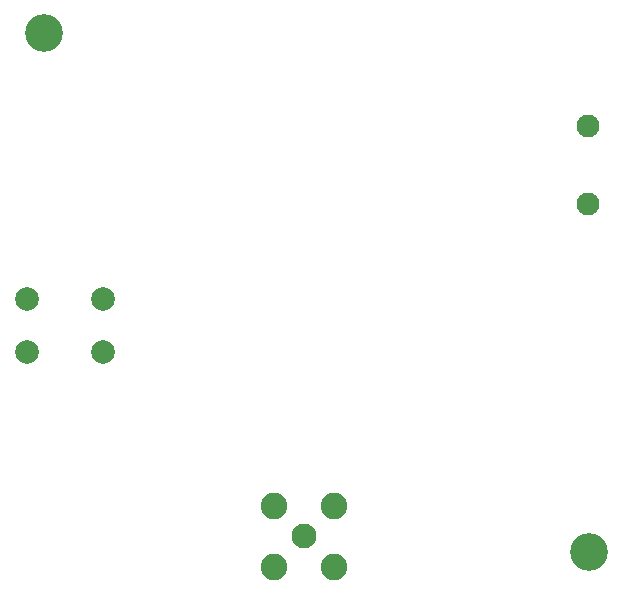
<source format=gbr>
%TF.GenerationSoftware,KiCad,Pcbnew,(6.0.4)*%
%TF.CreationDate,2022-08-12T18:00:07-03:00*%
%TF.ProjectId,rf-system-receiver,72662d73-7973-4746-956d-2d7265636569,rev?*%
%TF.SameCoordinates,Original*%
%TF.FileFunction,Soldermask,Bot*%
%TF.FilePolarity,Negative*%
%FSLAX46Y46*%
G04 Gerber Fmt 4.6, Leading zero omitted, Abs format (unit mm)*
G04 Created by KiCad (PCBNEW (6.0.4)) date 2022-08-12 18:00:07*
%MOMM*%
%LPD*%
G01*
G04 APERTURE LIST*
%ADD10C,2.000000*%
%ADD11C,2.100000*%
%ADD12C,2.250000*%
%ADD13C,3.200000*%
%ADD14C,1.950000*%
G04 APERTURE END LIST*
D10*
%TO.C,SW1*%
X118050000Y-62020000D03*
X124550000Y-62020000D03*
X124550000Y-66520000D03*
X118050000Y-66520000D03*
%TD*%
D11*
%TO.C,J2*%
X141500000Y-82100000D03*
D12*
X144050000Y-84650000D03*
X144050000Y-79550000D03*
X138950000Y-79550000D03*
X138950000Y-84650000D03*
%TD*%
D13*
%TO.C,H1*%
X119500000Y-39500000D03*
%TD*%
D14*
%TO.C,J1*%
X165565000Y-53967500D03*
X165565000Y-47367500D03*
%TD*%
D13*
%TO.C,H3*%
X165700000Y-83400000D03*
%TD*%
M02*

</source>
